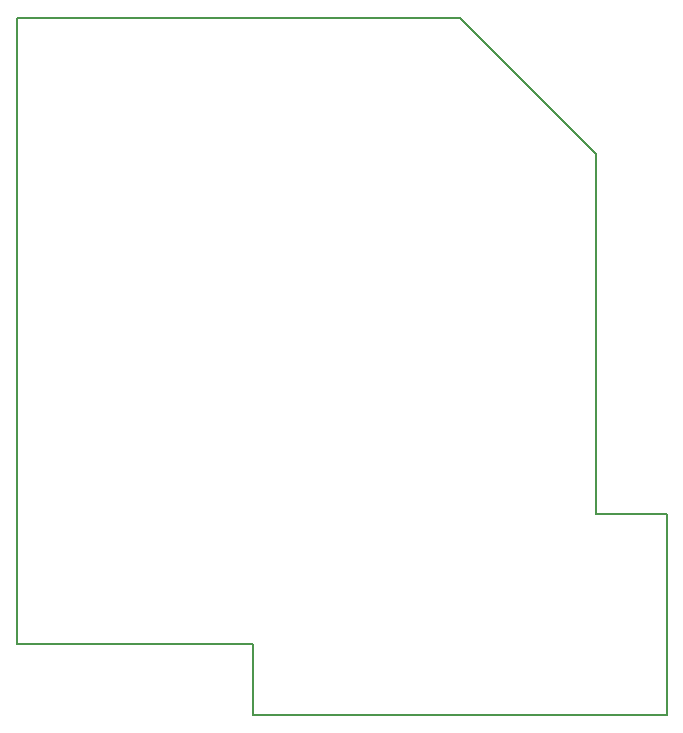
<source format=gbr>
%FSLAX35Y35*%
%MOIN*%
G04 EasyPC Gerber Version 18.0.8 Build 3632 *
%ADD84C,0.00500*%
X0Y0D02*
D02*
D84*
X78990Y23872D02*
X250D01*
Y232533*
X147888*
X193163Y187257*
Y67179*
X216785*
Y250*
X78990*
Y23872*
X0Y0D02*
M02*

</source>
